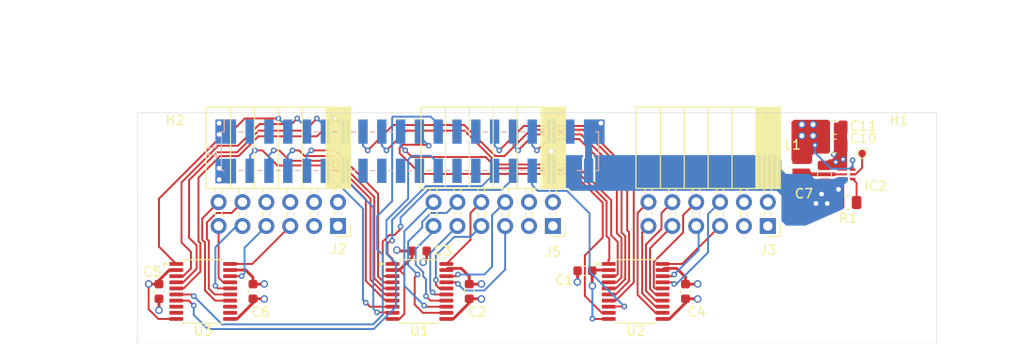
<source format=kicad_pcb>
(kicad_pcb (version 20240108) (generator "pcbnew") (generator_version "8.0")
  (layers (0 "F.Cu" signal) (1 "In1.Cu" power) (2 "In2.Cu" power) (31 "B.Cu" signal) (34 "B.Paste" user) (35 "F.Paste" user) (36 "B.SilkS" user "B.Silkscreen") (37 "F.SilkS" user "F.Silkscreen") (38 "B.Mask" user) (39 "F.Mask" user) (44 "Edge.Cuts" user))
  (net 0 "")
  (net 1 "+3V3")
  (net 2 "+5V")
  (net 3 "/EN")
  (net 4 "/PG")
  (net 5 "Net-(IC2-SW)")
  (net 6 "/HD_GPIO_12")
  (net 7 "/HD_GPIO_15")
  (net 8 "/HD_GPIO_10")
  (net 10 "/HD_GPIO_14")
  (net 11 "/MIO38_SPI0_SCLK")
  (net 12 "/MIO41_SPI0_CS")
  (net 14 "/MIO41_SPI0_MOSI")
  (net 16 "/HD_GPIO_13")
  (net 18 "/MIO36_PS_GPIO1_1")
  (net 19 "/HD_GPIO_11")
  (net 20 "/MIO42_SPI0_MISO")
  (net 21 "/HD_GPIO_9")
  (net 22 "/PMOD_HD_GPIO_4")
  (net 23 "/PMOD_HD_GPIO_2")
  (net 24 "/PMOD_HD_GPIO_7")
  (net 25 "/PMOD_HD_GPIO_1")
  (net 26 "/PMOD_HD_GPIO_3")
  (net 27 "/PMOD_HD_GPIO_5")
  (net 28 "/PMOD_HD_GPIO_0")
  (net 29 "/PMOD_HD_GPIO_6")
  (net 30 "/PMOD_HD_GPIO_14")
  (net 31 "/PMOD_HD_GPIO_12")
  (net 32 "/PMOD_HD_GPIO_15")
  (net 33 "/PMOD_HD_GPIO_10")
  (net 34 "/PMOD_HD_GPIO_13")
  (net 35 "/PMOD_HD_GPIO_9")
  (net 36 "/PMOD_HD_GPIO_8")
  (net 37 "/PMOD_HD_GPIO_11")
  (net 38 "/PS_GPIO1_1")
  (net 40 "/SPI_MISO")
  (net 41 "/SPI_CS")
  (net 42 "/SPI_MOSI")
  (net 44 "/PS_GPIO1_0")
  (net 45 "/SPI_SCLK")
  (net 58 "VCC_PSAUX (1.8V)")
  (net 59 "GND")
  (net 60 "/MIO36_PS_GPIO1_0")
  (net 61 "/HD_GPIO_1")
  (net 62 "/HD_GPIO_2")
  (net 63 "/HD_GPIO_0")
  (net 64 "/HD_GPIO_3")
  (net 65 "/HD_GPIO_5")
  (net 66 "/HD_GPIO_8")
  (net 67 "/HD_GPIO_6")
  (net 68 "/HD_GPIO_7")
  (net 69 "/HD_GPIO_4")
  (footprint "Capacitor_SMD:C_0805_2012Metric" (layer "F.Cu") (at 149.0875 112.54375 90)
    (property "Reference" "C7")
    (property "Value" "4u7")
  )
  (footprint "Package_SO:TSSOP-20_4.4x6.5mm_P0.65mm" (layer "F.Cu") (at 83 125)
    (property "Reference" "U3")
    (property "Value" "TXS0108EPW")
  )
  (footprint "Capacitor_SMD:C_0603_1608Metric" (layer "F.Cu") (at 106 120.7)
    (property "Reference" "C3")
    (property "Value" "100n")
  )
  (footprint "Resistor_SMD:R_0805_2012Metric" (layer "F.Cu") (at 151.5875 115.54375 180)
    (property "Reference" "R1")
    (property "Value" "0")
  )
  (footprint "Capacitor_SMD:C_0805_2012Metric" (layer "F.Cu") (at 150.0875 107.54375)
    (property "Reference" "C11")
    (property "Value" "10u")
  )
  (footprint "tkl_power:TPS6282x" (layer "F.Cu") (at 151.4375 112.54375 180)
    (property "Reference" "IC2")
    (property "Value" "TPS6282533DMQR" (hide yes))
  )
  (footprint "Connector_PinSocket_2.54mm:PinSocket_2x06_P2.54mm_Horizontal" (layer "F.Cu") (at 97.34 118.04 -90)
    (property "Reference" "J2")
    (property "Value" "PMOD_SPI")
  )
  (footprint "tkl_misc:INDC2016X100N" (layer "F.Cu") (at 146.5875 111.68375 90)
    (property "Reference" "L1")
    (property "Value" "470n")
  )
  (footprint "Capacitor_SMD:C_0603_1608Metric" (layer "F.Cu") (at 123.6 122.8 180)
    (property "Reference" "C1")
    (property "Value" "100n")
  )
  (footprint "MountingHole:MountingHole_2.2mm_M2" (layer "F.Cu") (at 80 110)
    (property "Reference" "H2")
    (property "Value" "MountingHole")
  )
  (footprint "Connector_PinSocket_2.54mm:PinSocket_2x06_P2.54mm_Horizontal" (layer "F.Cu") (at 143.06 118.04 -90)
    (property "Reference" "J3")
    (property "Value" "PMOD1")
  )
  (footprint "Connector_PinSocket_2.54mm:PinSocket_2x06_P2.54mm_Horizontal" (layer "F.Cu") (at 120.2 118.04 -90)
    (property "Reference" "J5")
    (property "Value" "PMOD0")
  )
  (footprint "tkl_misc:TestPad_0.8mm" (layer "F.Cu") (at 153.0875 110.32375 90)
    (property "Reference" "TP1" (hide yes))
    (property "Value" "TP_PG")
  )
  (footprint "Package_SO:TSSOP-20_4.4x6.5mm_P0.65mm" (layer "F.Cu") (at 106 125)
    (property "Reference" "U1")
    (property "Value" "TXS0108EPW")
  )
  (footprint "Capacitor_SMD:C_0603_1608Metric" (layer "F.Cu") (at 134.3 125 -90)
    (property "Reference" "C4")
    (property "Value" "100n")
  )
  (footprint "Capacitor_SMD:C_0805_2012Metric" (layer "F.Cu") (at 150.0875 109.54375)
    (property "Reference" "C10")
    (property "Value" "10u")
  )
  (footprint "MountingHole:MountingHole_2.2mm_M2" (layer "F.Cu") (at 157 110)
    (property "Reference" "H1")
    (property "Value" "MountingHole")
  )
  (footprint "Capacitor_SMD:C_0603_1608Metric" (layer "F.Cu") (at 78.3 125 -90)
    (property "Reference" "C5")
    (property "Value" "100n")
  )
  (footprint "Capacitor_SMD:C_0603_1608Metric" (layer "F.Cu") (at 88.3 125 -90)
    (property "Reference" "C6")
    (property "Value" "100n")
  )
  (footprint "Package_SO:TSSOP-20_4.4x6.5mm_P0.65mm" (layer "F.Cu") (at 129 125)
    (property "Reference" "U2")
    (property "Value" "TXS0108EPW")
  )
  (footprint "Capacitor_SMD:C_0603_1608Metric" (layer "F.Cu") (at 111.3 125 -90)
    (property "Reference" "C2")
    (property "Value" "100n")
  )
  (footprint "Connector_PinHeader_2.00mm:PinHeader_2x20_P2.00mm_Vertical_SMD" (layer "B.Cu") (at 105 110.085 -90)
    (property "Reference" "J1")
    (property "Value" "Conn_02x20_Odd_Even")
  )
  (gr_rect (start 76 106) (end 161 130.6) (stroke (width 0.05)) (fill none) (layer "Edge.Cuts"))
  (segment (start 131.8625 122.725) (end 132.0399 122.5476) (width 0.3048) (layer "F.Cu") (net 1))
  (segment (start 109.0399 122.5476) (end 110.4476 122.5476) (width 0.3048) (layer "F.Cu") (net 1))
  (segment (start 110.4476 122.5476) (end 111.3 123.4) (width 0.3048) (layer "F.Cu") (net 1))
  (segment (start 85.8625 122.725) (end 85.8649 122.7226) (width 0.3048) (layer "F.Cu") (net 1))
  (segment (start 88.3 123.5) (end 88.3 124.225) (width 0.3048) (layer "F.Cu") (net 1))
  (segment (start 111.3 124.225) (end 112.575 124.225) (width 0.3048) (layer "F.Cu") (net 1))
  (segment (start 108.8625 122.725) (end 109.0399 122.5476) (width 0.3048) (layer "F.Cu") (net 1))
  (segment (start 87.5226 122.7226) (end 88.3 123.5) (width 0.3048) (layer "F.Cu") (net 1))
  (segment (start 112.575 124.225) (end 112.6 124.2) (width 0.3048) (layer "F.Cu") (net 1))
  (segment (start 111.3 123.4) (end 111.3 124.225) (width 0.3048) (layer "F.Cu") (net 1))
  (segment (start 88.3 124.225) (end 89.475 124.225) (width 0.3048) (layer "F.Cu") (net 1))
  (segment (start 133.370233 122.5476) (end 134.3 123.477367) (width 0.3048) (layer "F.Cu") (net 1))
  (segment (start 152.0875 111.05625) (end 152.075 111.04375) (width 0.2032) (layer "F.Cu") (net 1))
  (segment (start 135.575 124.225) (end 135.6 124.2) (width 0.3048) (layer "F.Cu") (net 1))
  (segment (start 134.3 124.225) (end 135.575 124.225) (width 0.3048) (layer "F.Cu") (net 1))
  (segment (start 152.0875 112.04375) (end 152.0875 111.05625) (width 0.2032) (layer "F.Cu") (net 1))
  (segment (start 134.3 123.477367) (end 134.3 124.225) (width 0.3048) (layer "F.Cu") (net 1))
  (segment (start 89.475 124.225) (end 89.5 124.2) (width 0.3048) (layer "F.Cu") (net 1))
  (segment (start 85.8649 122.7226) (end 87.5226 122.7226) (width 0.3048) (layer "F.Cu") (net 1))
  (segment (start 132.0399 122.5476) (end 133.370233 122.5476) (width 0.3048) (layer "F.Cu") (net 1))
  (via (at 112.6 124.2) (size 0.8) (drill 0.5) (layers "F.Cu" "B.Cu") (net 1))
  (via (at 146.675 107.24375) (size 0.8) (drill 0.5) (layers "F.Cu" "B.Cu") (net 1))
  (via (at 147.875 108.44375) (size 0.8) (drill 0.5) (layers "F.Cu" "B.Cu") (net 1))
  (via (at 148.075 109.44375) (size 0.6) (drill 0.3) (layers "F.Cu" "B.Cu") (net 1))
  (via (at 152.075 111.04375) (size 0.6) (drill 0.3) (layers "F.Cu" "B.Cu") (net 1))
  (via (at 147.875 107.24375) (size 0.8) (drill 0.5) (layers "F.Cu" "B.Cu") (net 1))
  (via (at 89.5 124.2) (size 0.8) (drill 0.5) (layers "F.Cu" "B.Cu") (net 1))
  (via (at 146.675 108.44375) (size 0.8) (drill 0.5) (layers "F.Cu" "B.Cu") (net 1))
  (via (at 135.6 124.2) (size 0.8) (drill 0.5) (layers "F.Cu" "B.Cu") (net 1))
  (segment (start 148.075 110.24375) (end 148.075 109.44375) (width 0.2032) (layer "B.Cu") (net 1))
  (segment (start 152.075 111.64375) (end 151.775 111.94375) (width 0.2032) (layer "B.Cu") (net 1))
  (segment (start 152.075 111.04375) (end 152.075 111.64375) (width 0.2032) (layer "B.Cu") (net 1))
  (segment (start 149.775 111.94375) (end 148.075 110.24375) (width 0.2032) (layer "B.Cu") (net 1))
  (segment (start 151.775 111.94375) (end 149.775 111.94375) (width 0.2032) (layer "B.Cu") (net 1))
  (via (at 148.175 115.64375) (size 0.8) (drill 0.5) (layers "F.Cu" "B.Cu") (net 2))
  (via (at 149.375 115.64375) (size 0.8) (drill 0.5) (layers "F.Cu" "B.Cu") (net 2))
  (via (at 148.775 114.64375) (size 0.8) (drill 0.5) (layers "F.Cu" "B.Cu") (net 2))
  (via (at 150.575 114.14375) (size 0.8) (drill 0.5) (layers "F.Cu" "B.Cu") (net 2))
  (segment (start 152.5 113.45625) (end 152.5 115.54375) (width 0.2032) (layer "F.Cu") (net 3))
  (segment (start 152.0875 113.04375) (end 152.5 113.45625) (width 0.2032) (layer "F.Cu") (net 3))
  (segment (start 152.387499 112.54375) (end 153.0875 111.843749) (width 0.2032) (layer "F.Cu") (net 4))
  (segment (start 153.0875 111.843749) (end 153.0875 110.32375) (width 0.2032) (layer "F.Cu") (net 4))
  (segment (start 152.0875 112.54375) (end 152.387499 112.54375) (width 0.2032) (layer "F.Cu") (net 4))
  (segment (start 103.8984 110.2984) (end 106.1 112.5) (width 0.2032) (layer "F.Cu") (net 6))
  (segment (start 104.250809 109.3984) (end 103.8984 109.750809) (width 0.2032) (layer "F.Cu") (net 6))
  (segment (start 125.4968 115.56701) (end 125.4968 119.267011) (width 0.2032) (layer "F.Cu") (net 6))
  (segment (start 107 109.5) (end 106.8984 109.3984) (width 0.2032) (layer "F.Cu") (net 6))
  (segment (start 106.8984 109.3984) (end 104.250809 109.3984) (width 0.2032) (layer "F.Cu") (net 6))
  (segment (start 122.42979 112.5) (end 125.4968 115.56701) (width 0.2032) (layer "F.Cu") (net 6))
  (segment (start 123.6 121.163811) (end 123.6 125.474999) (width 0.2032) (layer "F.Cu") (net 6))
  (segment (start 123.6 125.474999) (end 125.400001 127.275) (width 0.2032) (layer "F.Cu") (net 6))
  (segment (start 106.1 112.5) (end 122.42979 112.5) (width 0.2032) (layer "F.Cu") (net 6))
  (segment (start 103.8984 109.750809) (end 103.8984 110.2984) (width 0.2032) (layer "F.Cu") (net 6))
  (segment (start 125.4968 119.267011) (end 123.6 121.163811) (width 0.2032) (layer "F.Cu") (net 6))
  (segment (start 125.400001 127.275) (end 126.1375 127.275) (width 0.2032) (layer "F.Cu") (net 6))
  (via (at 107 109.5) (size 0.6) (drill 0.3) (layers "F.Cu" "B.Cu") (net 6))
  (segment (start 106 108.5) (end 106 108) (width 0.2032) (layer "B.Cu") (net 6))
  (segment (start 107 109.5) (end 106 108.5) (width 0.2032) (layer "B.Cu") (net 6))
  (segment (start 119.7 108.8) (end 123 108.8) (width 0.2032) (layer "F.Cu") (net 7))
  (segment (start 123 108.8) (end 127 112.8) (width 0.2032) (layer "F.Cu") (net 7))
  (segment (start 126.975 124.025) (end 126.1375 124.025) (width 0.2032) (layer "F.Cu") (net 7))
  (segment (start 127 118.8064) (end 127.4936 119.3) (width 0.2032) (layer "F.Cu") (net 7))
  (segment (start 127.4936 119.3) (end 127.4936 123.5064) (width 0.2032) (layer "F.Cu") (net 7))
  (segment (start 118.5 110) (end 119.7 108.8) (width 0.2032) (layer "F.Cu") (net 7))
  (segment (start 127 112.8) (end 127 118.8064) (width 0.2032) (layer "F.Cu") (net 7))
  (segment (start 127.4936 123.5064) (end 126.975 124.025) (width 0.2032) (layer "F.Cu") (net 7))
  (via (at 118.5 110) (size 0.6) (drill 0.3) (layers "F.Cu" "B.Cu") (net 7))
  (segment (start 118 108) (end 118 109.5) (width 0.2032) (layer "B.Cu") (net 7))
  (segment (start 118 109.5) (end 118.5 110) (width 0.2032) (layer "B.Cu") (net 7))
  (segment (start 122.5968 111.4968) (end 126.4 115.3) (width 0.2032) (layer "F.Cu") (net 8))
  (segment (start 127.0904 123.159599) (end 126.874999 123.375) (width 0.2032) (layer "F.Cu") (net 8))
  (segment (start 127.0904 119.720189) (end 127.0904 123.159599) (width 0.2032) (layer "F.Cu") (net 8))
  (segment (start 126.874999 123.375) (end 126.1375 123.375) (width 0.2032) (layer "F.Cu") (net 8))
  (segment (start 126.4 115.3) (end 126.4 119.029789) (width 0.2032) (layer "F.Cu") (net 8))
  (segment (start 114.3968 111.4968) (end 122.5968 111.4968) (width 0.2032) (layer "F.Cu") (net 8))
  (segment (start 110.8 107.9) (end 114.3968 111.4968) (width 0.2032) (layer "F.Cu") (net 8))
  (segment (start 126.4 119.029789) (end 127.0904 119.720189) (width 0.2032) (layer "F.Cu") (net 8))
  (segment (start 102.5 110) (end 104.6 107.9) (width 0.2032) (layer "F.Cu") (net 8))
  (segment (start 104.6 107.9) (end 110.8 107.9) (width 0.2032) (layer "F.Cu") (net 8))
  (via (at 102.5 110) (size 0.6) (drill 0.3) (layers "F.Cu" "B.Cu") (net 8))
  (segment (start 102 108) (end 102 109.5) (width 0.2032) (layer "B.Cu") (net 8))
  (segment (start 102 109.5) (end 102.5 110) (width 0.2032) (layer "B.Cu") (net 8))
  (segment (start 127.5 118.736189) (end 127.8968 119.132989) (width 0.2032) (layer "F.Cu") (net 10))
  (segment (start 118.2 108.3) (end 123.2 108.3) (width 0.2032) (layer "F.Cu") (net 10))
  (segment (start 127.8968 123.673411) (end 126.895211 124.675) (width 0.2032) (layer "F.Cu") (net 10))
  (segment (start 123.2 108.3) (end 127.5 112.6) (width 0.2032) (layer "F.Cu") (net 10))
  (segment (start 127.8968 119.132989) (end 127.8968 123.673411) (width 0.2032) (layer "F.Cu") (net 10))
  (segment (start 116.5 110) (end 118.2 108.3) (width 0.2032) (layer "F.Cu") (net 10))
  (segment (start 127.5 112.6) (end 127.5 118.736189) (width 0.2032) (layer "F.Cu") (net 10))
  (segment (start 126.895211 124.675) (end 126.1375 124.675) (width 0.2032) (layer "F.Cu") (net 10))
  (via (at 116.5 110) (size 0.6) (drill 0.3) (layers "F.Cu" "B.Cu") (net 10))
  (segment (start 116.5 110) (end 116 109.5) (width 0.2032) (layer "B.Cu") (net 10))
  (segment (start 116 109.5) (end 116 108) (width 0.2032) (layer "B.Cu") (net 10))
  (segment (start 84.932989 109.0968) (end 84.332989 109.0968) (width 0.2032) (layer "F.Cu") (net 11))
  (segment (start 87.429789 106.6) (end 84.932989 109.0968) (width 0.2032) (layer "F.Cu") (net 11))
  (segment (start 84.332989 109.0968) (end 78.3 115.129789) (width 0.2032) (layer "F.Cu") (net 11))
  (segment (start 78.3 115.129789) (end 78.3 120.2375) (width 0.2032) (layer "F.Cu") (net 11))
  (segment (start 91 106.6) (end 87.429789 106.6) (width 0.2032) (layer "F.Cu") (net 11))
  (segment (start 78.3 120.2375) (end 80.1375 122.075) (width 0.2032) (layer "F.Cu") (net 11))
  (via (at 91 106.6) (size 0.6) (drill 0.3) (layers "F.Cu" "B.Cu") (net 11))
  (segment (start 92 107.6) (end 91 106.6) (width 0.2032) (layer "B.Cu") (net 11))
  (segment (start 92 108) (end 92 107.6) (width 0.2032) (layer "B.Cu") (net 11))
  (segment (start 84.47021 110.2) (end 81.5 113.17021) (width 0.2032) (layer "F.Cu") (net 12))
  (segment (start 82.3 120.1) (end 82.3 122.599999) (width 0.2032) (layer "F.Cu") (net 12))
  (segment (start 80.874999 124.025) (end 80.1375 124.025) (width 0.2032) (layer "F.Cu") (net 12))
  (segment (start 81.5 113.17021) (end 81.5 119.3) (width 0.2032) (layer "F.Cu") (net 12))
  (segment (start 93.8 107.9) (end 88.9 107.9) (width 0.2032) (layer "F.Cu") (net 12))
  (segment (start 82.3 122.599999) (end 80.874999 124.025) (width 0.2032) (layer "F.Cu") (net 12))
  (segment (start 86.6 110.2) (end 84.47021 110.2) (width 0.2032) (layer "F.Cu") (net 12))
  (segment (start 95.1 106.6) (end 93.8 107.9) (width 0.2032) (layer "F.Cu") (net 12))
  (segment (start 88.9 107.9) (end 86.6 110.2) (width 0.2032) (layer "F.Cu") (net 12))
  (segment (start 81.5 119.3) (end 82.3 120.1) (width 0.2032) (layer "F.Cu") (net 12))
  (via (at 95.1 106.6) (size 0.6) (drill 0.3) (layers "F.Cu" "B.Cu") (net 12))
  (segment (start 96 107.5) (end 95.1 106.6) (width 0.2032) (layer "B.Cu") (net 12))
  (segment (start 96 108) (end 96 107.5) (width 0.2032) (layer "B.Cu") (net 12))
  (segment (start 80.925 124.675) (end 80.1375 124.675) (width 0.2032) (layer "F.Cu") (net 14))
  (segment (start 88.87021 108.5) (end 86.76701 110.6032) (width 0.2032) (layer "F.Cu") (net 14))
  (segment (start 82.7032 122.8968) (end 80.925 124.675) (width 0.2032) (layer "F.Cu") (net 14))
  (segment (start 84.7968 110.6032) (end 82.4968 112.9032) (width 0.2032) (layer "F.Cu") (net 14))
  (segment (start 82.4968 119.667011) (end 82.7032 119.873411) (width 0.2032) (layer "F.Cu") (net 14))
  (segment (start 97 106.6) (end 95.1 108.5) (width 0.2032) (layer "F.Cu") (net 14))
  (segment (start 86.76701 110.6032) (end 84.7968 110.6032) (width 0.2032) (layer "F.Cu") (net 14))
  (segment (start 82.4968 112.9032) (end 82.4968 119.667011) (width 0.2032) (layer "F.Cu") (net 14))
  (segment (start 82.7032 119.873411) (end 82.7032 122.8968) (width 0.2032) (layer "F.Cu") (net 14))
  (segment (start 95.1 108.5) (end 88.87021 108.5) (width 0.2032) (layer "F.Cu") (net 14))
  (via (at 97 106.6) (size 0.6) (drill 0.3) (layers "F.Cu" "B.Cu") (net 14))
  (segment (start 98 107.6) (end 97 106.6) (width 0.2032) (layer "B.Cu") (net 14))
  (segment (start 98 108) (end 98 107.6) (width 0.2032) (layer "B.Cu") (net 14))
  (segment (start 117.1032 107.3968) (end 123.567012 107.3968) (width 0.2032) (layer "F.Cu") (net 16))
  (segment (start 114.5 110) (end 117.1032 107.3968) (width 0.2032) (layer "F.Cu") (net 16))
  (segment (start 123.567012 107.3968) (end 128.8 112.629788) (width 0.2032) (layer "F.Cu") (net 16))
  (segment (start 128.8 124.049999) (end 126.874999 125.975) (width 0.2032) (layer "F.Cu") (net 16))
  (segment (start 126.874999 125.975) (end 126.1375 125.975) (width 0.2032) (layer "F.Cu") (net 16))
  (segment (start 128.8 112.629788) (end 128.8 124.049999) (width 0.2032) (layer "F.Cu") (net 16))
  (via (at 114.5 110) (size 0.6) (drill 0.3) (layers "F.Cu" "B.Cu") (net 16))
  (segment (start 114 108) (end 114 109.5) (width 0.2032) (layer "B.Cu") (net 16))
  (segment (start 114 109.5) (end 114.5 110) (width 0.2032) (layer "B.Cu") (net 16))
  (segment (start 81.825 125.325) (end 80.1375 125.325) (width 0.2032) (layer "F.Cu") (net 18))
  (segment (start 82 125.5) (end 81.825 125.325) (width 0.2032) (layer "F.Cu") (net 18))
  (via (at 82 125.5) (size 0.6) (drill 0.3) (layers "F.Cu" "B.Cu") (net 18))
  (segment (start 103.2032 106.4016) (end 103.21 106.4084) (width 0.2032) (layer "B.Cu") (net 18))
  (segment (start 101.077391 128.5) (end 102.1016 127.475791) (width 0.2032) (layer "B.Cu") (net 18))
  (segment (start 102.1016 121.1016) (end 101.5 120.5) (width 0.2032) (layer "B.Cu") (net 18))
  (segment (start 101.5 117) (end 103.1016 115.3984) (width 0.2032) (layer "B.Cu") (net 18))
  (segment (start 103.1016 115.3984) (end 103.1016 106.5032) (width 0.2032) (layer "B.Cu") (net 18))
  (segment (start 107.1984 106.4084) (end 108 107.21) (width 0.2032) (layer "B.Cu") (net 18))
  (segment (start 85 128.5) (end 101.077391 128.5) (width 0.2032) (layer "B.Cu") (net 18))
  (segment (start 103.1016 106.5032) (end 103.2032 106.4016) (width 0.2032) (layer "B.Cu") (net 18))
  (segment (start 102.1016 127.475791) (end 102.1016 121.1016) (width 0.2032) (layer "B.Cu") (net 18))
  (segment (start 82 125.5) (end 85 128.5) (width 0.2032) (layer "B.Cu") (net 18))
  (segment (start 108 107.21) (end 108 108) (width 0.2032) (layer "B.Cu") (net 18))
  (segment (start 103.21 106.4084) (end 107.1984 106.4084) (width 0.2032) (layer "B.Cu") (net 18))
  (segment (start 101.5 120.5) (end 101.5 117) (width 0.2032) (layer "B.Cu") (net 18))
  (segment (start 105.2032 110.7032) (end 113.03299 110.7032) (width 0.2032) (layer "F.Cu") (net 19))
  (segment (start 122.4 111.9) (end 125.9 115.4) (width 0.2032) (layer "F.Cu") (net 19))
  (segment (start 125.9 119.1) (end 126.2 119.4) (width 0.2032) (layer "F.Cu") (net 19))
  (segment (start 126.2 121.6) (end 126.1 121.7) (width 0.2032) (layer "F.Cu") (net 19))
  (segment (start 114.22979 111.9) (end 122.4 111.9) (width 0.2032) (layer "F.Cu") (net 19))
  (segment (start 113.03299 110.7032) (end 114.22979 111.9) (width 0.2032) (layer "F.Cu") (net 19))
  (segment (start 126.1 121.7) (end 126.1 122.0375) (width 0.2032) (layer "F.Cu") (net 19))
  (segment (start 126.1 122.0375) (end 126.1375 122.075) (width 0.2032) (layer "F.Cu") (net 19))
  (segment (start 125.9 115.4) (end 125.9 119.1) (width 0.2032) (layer "F.Cu") (net 19))
  (segment (start 126.2 119.4) (end 126.2 121.6) (width 0.2032) (layer "F.Cu") (net 19))
  (segment (start 104.5 110) (end 105.2032 110.7032) (width 0.2032) (layer "F.Cu") (net 19))
  (via (at 104.5 110) (size 0.6) (drill 0.3) (layers "F.Cu" "B.Cu") (net 19))
  (segment (start 104 109.5) (end 104.5 110) (width 0.2032) (layer "B.Cu") (net 19))
  (segment (start 104 108) (end 104 109.5) (width 0.2032) (layer "B.Cu") (net 19))
  (segment (start 88.9984 107.2016) (end 86.7 109.5) (width 0.2032) (layer "F.Cu") (net 20))
  (segment (start 92.3984 107.2016) (end 88.9984 107.2016) (width 0.2032) (layer "F.Cu") (net 20))
  (segment (start 86.7 109.5) (end 84.6 109.5) (width 0.2032) (layer "F.Cu") (net 20))
  (segment (start 81.7 122.549999) (end 80.874999 123.375) (width 0.2032) (layer "F.Cu") (net 20))
  (segment (start 80.7 119.8) (end 81.7 120.8) (width 0.2032) (layer "F.Cu") (net 20))
  (segment (start 81.7 120.8) (end 81.7 122.549999) (width 0.2032) (layer "F.Cu") (net 20))
  (segment (start 93 106.6) (end 92.3984 107.2016) (width 0.2032) (layer "F.Cu") (net 20))
  (segment (start 80.7 113.4) (end 80.7 119.8) (width 0.2032) (layer "F.Cu") (net 20))
  (segment (start 84.6 109.5) (end 80.7 113.4) (width 0.2032) (layer "F.Cu") (net 20))
  (segment (start 80.874999 123.375) (end 80.1375 123.375) (width 0.2032) (layer "F.Cu") (net 20))
  (via (at 93 106.6) (size 0.6) (drill 0.3) (layers "F.Cu" "B.Cu") (net 20))
  (segment (start 94 108) (end 94 107.6) (width 0.2032) (layer "B.Cu") (net 20))
  (segment (start 94 107.6) (end 93 106.6) (width 0.2032) (layer "B.Cu") (net 20))
  (segment (start 110.77021 107.3) (end 114.07181 110.6016) (width 0.2032) (layer "F.Cu") (net 21))
  (segment (start 128.1 118.5) (end 128.3 118.7) (width 0.2032) (layer "F.Cu") (net 21))
  (segment (start 114.07181 110.6016) (end 115.047609 110.6016) (width 0.2032) (layer "F.Cu") (net 21))
  (segment (start 126.874999 125.325) (end 126.1375 125.325) (width 0.2032) (layer "F.Cu") (net 21))
  (segment (start 128.3 123.899999) (end 126.874999 125.325) (width 0.2032) (layer "F.Cu") (net 21))
  (segment (start 123.400002 107.8) (end 128.1 112.499998) (width 0.2032) (layer "F.Cu") (net 21))
  (segment (start 100.5 110) (end 103.2 107.3) (width 0.2032) (layer "F.Cu") (net 21))
  (segment (start 128.3 118.7) (end 128.3 123.899999) (width 0.2032) (layer "F.Cu") (net 21))
  (segment (start 117.849209 107.8) (end 123.400002 107.8) (width 0.2032) (layer "F.Cu") (net 21))
  (segment (start 115.047609 110.6016) (end 117.849209 107.8) (width 0.2032) (layer "F.Cu") (net 21))
  (segment (start 128.1 112.499998) (end 128.1 118.5) (width 0.2032) (layer "F.Cu") (net 21))
  (segment (start 103.2 107.3) (end 110.77021 107.3) (width 0.2032) (layer "F.Cu") (net 21))
  (via (at 100.5 110) (size 0.6) (drill 0.3) (layers "F.Cu" "B.Cu") (net 21))
  (segment (start 100 108) (end 100 109.5) (width 0.2032) (layer "B.Cu") (net 21))
  (segment (start 100 109.5) (end 100.5 110) (width 0.2032) (layer "B.Cu") (net 21))
  (segment (start 106.5 126.5) (end 106.625 126.625) (width 0.2032) (layer "F.Cu") (net 22))
  (segment (start 106.625 126.625) (end 108.8625 126.625) (width 0.2032) (layer "F.Cu") (net 22))
  (via (at 106.5 126.5) (size 0.6) (drill 0.3) (layers "F.Cu" "B.Cu") (net 22))
  (segment (start 104.3968 118.6032) (end 107.5 115.5) (width 0.2032) (layer "B.Cu") (net 22))
  (segment (start 106.5 126.5) (end 104.3968 124.3968) (width 0.2032) (layer "B.Cu") (net 22))
  (segment (start 104.3968 124.3968) (end 104.3968 118.6032) (width 0.2032) (layer "B.Cu") (net 22))
  (segment (start 108.125001 124.675) (end 108.8625 124.675) (width 0.2032) (layer "F.Cu") (net 23))
  (segment (start 107.753343 124.303342) (end 108.125001 124.675) (width 0.2032) (layer "F.Cu") (net 23))
  (segment (start 107.753343 123.787873) (end 107.753343 124.303342) (width 0.2032) (layer "F.Cu") (net 23))
  (via (at 107.753343 123.787873) (size 0.6) (drill 0.3) (layers "F.Cu" "B.Cu") (net 23))
  (segment (start 107.753343 121.146657) (end 107.753343 123.787873) (width 0.2032) (layer "B.Cu") (net 23))
  (segment (start 109.7084 119.1916) (end 107.753343 121.146657) (width 0.2032) (layer "B.Cu") (net 23))
  (segment (start 111.4284 119.1916) (end 109.7084 119.1916) (width 0.2032) (layer "B.Cu") (net 23))
  (segment (start 112.58 118.04) (end 111.4284 119.1916) (width 0.2032) (layer "B.Cu") (net 23))
  (segment (start 110.1 123.2) (end 109.925 123.375) (width 0.2032) (layer "F.Cu") (net 24))
  (segment (start 109.925 123.375) (end 108.8625 123.375) (width 0.2032) (layer "F.Cu") (net 24))
  (via (at 110.1 123.2) (size 0.6) (drill 0.3) (layers "F.Cu" "B.Cu") (net 24))
  (segment (start 113.7316 122.3684) (end 113.7316 116.8884) (width 0.2032) (layer "B.Cu") (net 24))
  (segment (start 112.9 123.2) (end 113.7316 122.3684) (width 0.2032) (layer "B.Cu") (net 24))
  (segment (start 110.1 123.2) (end 112.9 123.2) (width 0.2032) (layer "B.Cu") (net 24))
  (segment (start 113.7316 116.8884) (end 115.12 115.5) (width 0.2032) (layer "B.Cu") (net 24))
  (segment (start 108.8625 125.325) (end 107.625 125.325) (width 0.2032) (layer "F.Cu") (net 25))
  (segment (start 107.625 125.325) (end 107.4 125.1) (width 0.2032) (layer "F.Cu") (net 25))
  (via (at 107.4 125.1) (size 0.6) (drill 0.3) (layers "F.Cu" "B.Cu") (net 25))
  (segment (start 107.151743 124.851743) (end 107.4 125.1) (width 0.2032) (layer "B.Cu") (net 25))
  (segment (start 107.151743 120.928257) (end 107.151743 124.851743) (width 0.2032) (layer "B.Cu") (net 25))
  (segment (start 110.04 118.04) (end 107.151743 120.928257) (width 0.2032) (layer "B.Cu") (net 25))
  (segment (start 109.925 124.025) (end 108.8625 124.025) (width 0.2032) (layer "F.Cu") (net 26))
  (segment (start 110.1 124.2) (end 109.925 124.025) (width 0.2032) (layer "F.Cu") (net 26))
  (via (at 110.1 124.2) (size 0.6) (drill 0.3) (layers "F.Cu" "B.Cu") (net 26))
  (segment (start 110.1 124.2) (end 110.8016 124.9016) (width 0.2032) (layer "B.Cu") (net 26))
  (segment (start 112.890613 124.9016) (end 115.12 122.672213) (width 0.2032) (layer "B.Cu") (net 26))
  (segment (start 110.8016 124.9016) (end 112.890613 124.9016) (width 0.2032) (layer "B.Cu") (net 26))
  (segment (start 115.12 122.672213) (end 115.12 118.04) (width 0.2032) (layer "B.Cu") (net 26))
  (segment (start 105.5 126.4) (end 106.375 127.275) (width 0.2032) (layer "F.Cu") (net 27))
  (segment (start 105.8016 123.2) (end 105.5 123.5016) (width 0.2032) (layer "F.Cu") (net 27))
  (segment (start 105.5 123.5016) (end 105.5 126.4) (width 0.2032) (layer "F.Cu") (net 27))
  (segment (start 106.375 127.275) (end 108.8625 127.275) (width 0.2032) (layer "F.Cu") (net 27))
  (via (at 105.8016 123.2) (size 0.6) (drill 0.3) (layers "F.Cu" "B.Cu") (net 27))
  (segment (start 106.2968 118.2032) (end 106.2968 117.6032) (width 0.2032) (layer "B.Cu") (net 27))
  (segment (start 107.2484 116.6516) (end 108.8884 116.6516) (width 0.2032) (layer "B.Cu") (net 27))
  (segment (start 105.8016 123.2) (end 104.8 122.1984) (width 0.2032) (layer "B.Cu") (net 27))
  (segment (start 108.8884 116.6516) (end 110.04 115.5) (width 0.2032) (layer "B.Cu") (net 27))
  (segment (start 104.8 122.1984) (end 104.8 119.7) (width 0.2032) (layer "B.Cu") (net 27))
  (segment (start 104.8 119.7) (end 106.2968 118.2032) (width 0.2032) (layer "B.Cu") (net 27))
  (segment (start 106.2968 117.6032) (end 107.2484 116.6516) (width 0.2032) (layer "B.Cu") (net 27))
  (segment (start 106.7 125.5) (end 107.175 125.975) (width 0.2032) (layer "F.Cu") (net 28))
  (segment (start 107.175 125.975) (end 108.8625 125.975) (width 0.2032) (layer "F.Cu") (net 28))
  (via (at 106.7 125.5) (size 0.6) (drill 0.3) (layers "F.Cu" "B.Cu") (net 28))
  (segment (start 105.6 120.5) (end 107.5 118.6) (width 0.2032) (layer "B.Cu") (net 28))
  (segment (start 106.4032 123.4) (end 106.4032 122.950809) (width 0.2032) (layer "B.Cu") (net 28))
  (segment (start 106.7 125.5) (end 106.7 123.6968) (width 0.2032) (layer "B.Cu") (net 28))
  (segment (start 107.5 118.6) (end 107.5 118.04) (width 0.2032) (layer "B.Cu") (net 28))
  (segment (start 106.4032 122.950809) (end 105.6 122.147609) (width 0.2032) (layer "B.Cu") (net 28))
  (segment (start 106.7 123.6968) (end 106.4032 123.4) (width 0.2032) (layer "B.Cu") (net 28))
  (segment (start 105.6 122.147609) (end 105.6 120.5) (width 0.2032) (layer "B.Cu") (net 28))
  (segment (start 111.4284 119.5091) (end 111.4284 116.6516) (width 0.2032) (layer "F.Cu") (net 29))
  (segment (start 108.8625 122.075) (end 111.4284 119.5091) (width 0.2032) (layer "F.Cu") (net 29))
  (segment (start 111.4284 116.6516) (end 112.58 115.5) (width 0.2032) (layer "F.Cu") (net 29))
  (segment (start 134.0516 118.733244) (end 130.9334 121.851444) (width 0.2032) (layer "F.Cu") (net 30))
  (segment (start 134.0516 116.8884) (end 134.0516 118.733244) (width 0.2032) (layer "F.Cu") (net 30))
  (segment (start 130.9334 124.563189) (end 131.045211 124.675) (width 0.2032) (layer "F.Cu") (net 30))
  (segment (start 131.045211 124.675) (end 131.8625 124.675) (width 0.2032) (layer "F.Cu") (net 30))
  (segment (start 130.9334 121.851444) (end 130.9334 124.563189) (width 0.2032) (layer "F.Cu") (net 30))
  (segment (start 135.44 115.5) (end 134.0516 116.8884) (width 0.2032) (layer "F.Cu") (net 30))
  (segment (start 129.2084 125.358399) (end 131.125001 127.275) (width 0.2032) (layer "F.Cu") (net 31))
  (segment (start 130.36 115.5) (end 129.2084 116.6516) (width 0.2032) (layer "F.Cu") (net 31))
  (segment (start 131.125001 127.275) (end 131.8625 127.275) (width 0.2032) (layer "F.Cu") (net 31))
  (segment (start 129.2084 116.6516) (end 129.2084 125.358399) (width 0.2032) (layer "F.Cu") (net 31))
  (segment (start 132.925 124.025) (end 131.8625 124.025) (width 0.2032) (layer "F.Cu") (net 32))
  (segment (start 133.1 124.2) (end 132.925 124.025) (width 0.2032) (layer "F.Cu") (net 32))
  (via (at 133.1 124.2) (size 0.6) (drill 0.3) (layers "F.Cu" "B.Cu") (net 32))
  (segment (start 136.7 116.78) (end 137.98 115.5) (width 0.2032) (layer "B.Cu") (net 32))
  (segment (start 136.7 120.850791) (end 136.7 116.78) (width 0.2032) (layer "B.Cu") (net 32))
  (segment (start 133.350791 124.2) (end 136.7 120.850791) (width 0.2032) (layer "B.Cu") (net 32))
  (segment (start 133.1 124.2) (end 133.350791 124.2) (width 0.2032) (layer "B.Cu") (net 32))
  (segment (start 132.925 123.375) (end 131.8625 123.375) (width 0.2032) (layer "F.Cu") (net 33))
  (segment (start 133.1 123.2) (end 132.925 123.375) (width 0.2032) (layer "F.Cu") (net 33))
  (via (at 133.1 123.2) (size 0.6) (drill 0.3) (layers "F.Cu" "B.Cu") (net 33))
  (segment (start 133.1 123.2) (end 135.7 120.6) (width 0.2032) (layer "B.Cu") (net 33))
  (segment (start 135.7 118.3) (end 135.44 118.04) (width 0.2032) (layer "B.Cu") (net 33))
  (segment (start 135.7 120.6) (end 135.7 118.3) (width 0.2032) (layer "B.Cu") (net 33))
  (segment (start 131.125001 125.975) (end 130.1 124.949999) (width 0.2032) (layer "F.Cu") (net 34))
  (segment (start 131.8625 125.975) (end 131.125001 125.975) (width 0.2032) (layer "F.Cu") (net 34))
  (segment (start 131.7484 116.6516) (end 132.9 115.5) (width 0.2032) (layer "F.Cu") (net 34))
  (segment (start 130.1 120) (end 131.7484 118.3516) (width 0.2032) (layer "F.Cu") (net 34))
  (segment (start 131.7484 118.3516) (end 131.7484 116.6516) (width 0.2032) (layer "F.Cu") (net 34))
  (segment (start 130.1 124.949999) (end 130.1 120) (width 0.2032) (layer "F.Cu") (net 34))
  (segment (start 131.125 125.325) (end 131.8625 125.325) (width 0.2032) (layer "F.Cu") (net 35))
  (segment (start 132.9 118.04) (end 130.5302 120.4098) (width 0.2032) (layer "F.Cu") (net 35))
  (segment (start 130.5302 124.7302) (end 131.125 125.325) (width 0.2032) (layer "F.Cu") (net 35))
  (segment (start 130.5302 120.4098) (end 130.5302 124.7302) (width 0.2032) (layer "F.Cu") (net 35))
  (segment (start 129.6968 125.196799) (end 131.125001 126.625) (width 0.2032) (layer "F.Cu") (net 36))
  (segment (start 129.6968 118.7032) (end 129.6968 125.196799) (width 0.2032) (layer "F.Cu") (net 36))
  (segment (start 131.125001 126.625) (end 131.8625 126.625) (width 0.2032) (layer "F.Cu") (net 36))
  (segment (start 130.36 118.04) (end 129.6968 118.7032) (width 0.2032) (layer "F.Cu") (net 36))
  (segment (start 131.8625 122.075) (end 133.945 122.075) (width 0.2032) (layer "F.Cu") (net 37))
  (segment (start 133.945 122.075) (end 137.98 118.04) (width 0.2032) (layer "F.Cu") (net 37))
  (segment (start 83.4 117.651391) (end 83.4 119.429789) (width 0.2032) (layer "F.Cu") (net 38))
  (segment (start 84.399791 116.6516) (end 83.4 117.651391) (width 0.2032) (layer "F.Cu") (net 38))
  (segment (start 84.225 125.325) (end 85.8625 125.325) (width 0.2032) (layer "F.Cu") (net 38))
  (segment (start 83.6 124.7) (end 84.225 125.325) (width 0.2032) (layer "F.Cu") (net 38))
  (segment (start 83.4 119.429789) (end 83.6 119.629789) (width 0.2032) (layer "F.Cu") (net 38))
  (segment (start 83.6 119.629789) (end 83.6 124.7) (width 0.2032) (layer "F.Cu") (net 38))
  (segment (start 87.18 115.5) (end 86.0284 116.6516) (width 0.2032) (layer "F.Cu") (net 38))
  (segment (start 86.0284 116.6516) (end 84.399791 116.6516) (width 0.2032) (layer "F.Cu") (net 38))
  (segment (start 87.1 123.375) (end 85.8625 123.375) (width 0.2032) (layer "F.Cu") (net 40))
  (via (at 87.1 123.375) (size 0.6) (drill 0.3) (layers "F.Cu" "B.Cu") (net 40))
  (segment (start 87.4 120.36) (end 89.72 118.04) (width 0.2032) (layer "B.Cu") (net 40))
  (segment (start 87.4 123.075) (end 87.4 120.36) (width 0.2032) (layer "B.Cu") (net 40))
  (segment (start 87.1 123.375) (end 87.4 123.075) (width 0.2032) (layer "B.Cu") (net 40))
  (segment (start 84.64 123.539999) (end 85.125001 124.025) (width 0.2032) (layer "F.Cu") (net 41))
  (segment (start 84.64 118.04) (end 84.64 123.539999) (width 0.2032) (layer "F.Cu") (net 41))
  (segment (start 85.125001 124.025) (end 85.8625 124.025) (width 0.2032) (layer "F.Cu") (net 41))
  (segment (start 84.3 124.4) (end 84.575 124.675) (width 0.2032) (layer "F.Cu") (net 42))
  (segment (start 84.575 124.675) (end 85.8625 124.675) (width 0.2032) (layer "F.Cu") (net 42))
  (via (at 84.3 124.4) (size 0.6) (drill 0.3) (layers "F.Cu" "B.Cu") (net 42))
  (segment (start 87.18 118.04) (end 86.56 118.04) (width 0.2032) (layer "B.Cu") (net 42))
  (segment (start 86.56 118.04) (end 84.3 120.3) (width 0.2032) (layer "B.Cu") (net 42))
  (segment (start 84.3 120.3) (end 84.3 124.4) (width 0.2032) (layer "B.Cu") (net 42))
  (segment (start 85.8625 125.975) (end 84.275 125.975) (width 0.2032) (layer "F.Cu") (net 44))
  (segment (start 83.1968 124.8968) (end 83.1968 119.7968) (width 0.2032) (layer "F.Cu") (net 44))
  (segment (start 84.275 125.975) (end 83.1968 124.8968) (width 0.2032) (layer "F.Cu") (net 44))
  (segment (start 82.9 119.5) (end 82.9 117.24) (width 0.2032) (layer "F.Cu") (net 44))
  (segment (start 82.9 117.24) (end 84.64 115.5) (width 0.2032) (layer "F.Cu") (net 44))
  (segment (start 83.1968 119.7968) (end 82.9 119.5) (width 0.2032) (layer "F.Cu") (net 44))
  (segment (start 88.225 122.075) (end 92.26 118.04) (width 0.2032) (layer "F.Cu") (net 45))
  (segment (start 85.8625 122.075) (end 88.225 122.075) (width 0.2032) (layer "F.Cu") (net 45))
  (segment (start 105.225 121.374999) (end 105.225 120.7) (width 0.3048) (layer "F.Cu") (net 58))
  (segment (start 126.1375 127.925) (end 124.425 127.925) (width 0.2032) (layer "F.Cu") (net 58))
  (segment (start 124.375 124.375) (end 124.4 124.4) (width 0.3048) (layer "F.Cu") (net 58))
  (segment (start 80.1375 127.925) (end 78.232787 127.925) (width 0.2032) (layer "F.Cu") (net 58))
  (segment (start 126.1375 122.725) (end 124.45 122.725) (width 0.3048) (layer "F.Cu") (net 58))
  (segment (start 80.1375 122.725) (end 79.400001 122.725) (width 0.3048) (layer "F.Cu") (net 58))
  (segment (start 77.2 126.892213) (end 77.2 124.2) (width 0.2032) (layer "F.Cu") (net 58))
  (segment (start 78.232787 127.925) (end 77.2 126.892213) (width 0.2032) (layer "F.Cu") (net 58))
  (segment (start 103.874999 127.925) (end 104.4 127.399999) (width 0.2032) (layer "F.Cu") (net 58))
  (segment (start 78.3 123.825001) (end 78.3 124.225) (width 0.3048) (layer "F.Cu") (net 58))
  (segment (start 104.4 127.399999) (end 104.4 123.250001) (width 0.2032) (layer "F.Cu") (net 58))
  (segment (start 103.874999 122.725) (end 105.225 121.374999) (width 0.3048) (layer "F.Cu") (net 58))
  (segment (start 104.4 123.250001) (end 103.874999 122.725) (width 0.2032) (layer "F.Cu") (net 58))
  (segment (start 79.400001 122.725) (end 78.3 123.825001) (width 0.3048) (layer "F.Cu") (net 58))
  (segment (start 77.225 124.225) (end 77.2 124.2) (width 0.3048) (layer "F.Cu") (net 58))
  (segment (start 124.375 122.8) (end 124.375 124.375) (width 0.3048) (layer "F.Cu") (net 58))
  (segment (start 103.1375 127.925) (end 103.874999 127.925) (width 0.2032) (layer "F.Cu") (net 58))
  (segment (start 124.45 122.725) (end 124.375 122.8) (width 0.3048) (layer "F.Cu") (net 58))
  (segment (start 103.7 120.7) (end 103.6 120.6) (width 0.3048) (layer "F.Cu") (net 58))
  (segment (start 105.225 120.7) (end 103.7 120.7) (width 0.3048) (layer "F.Cu") (net 58))
  (segment (start 124.425 127.925) (end 124.4 127.9) (width 0.2032) (layer "F.Cu") (net 58))
  (segment (start 78.3 124.225) (end 77.225 124.225) (width 0.3048) (layer "F.Cu") (net 58))
  (segment (start 103.874999 122.725) (end 103.1375 122.725) (width 0.2032) (layer "F.Cu") (net 58))
  (via (at 77.2 124.2) (size 0.8) (drill 0.5) (layers "F.Cu" "B.Cu") (net 58))
  (via (at 124.4 124.4) (size 0.8) (drill 0.5) (layers "F.Cu" "B.Cu") (net 58))
  (via (at 103.6 120.6) (size 0.8) (drill 0.5) (layers "F.Cu" "B.Cu") (net 58))
  (via (at 120 110.1) (size 0.8) (drill 0.5) (layers "F.Cu" "B.Cu") (net 58))
  (via (at 124.4 127.9) (size 0.6) (drill 0.3) (layers "F.Cu" "B.Cu") (net 58))
  (segment (start 120 112.17) (end 120 110.1) (width 0.762) (layer "B.Cu") (net 58))
  (segment (start 124.4 127.9) (end 124.4 124.4) (width 0.2032) (layer "B.Cu") (net 58))
  (segment (start 122.825 122.8) (end 122.825 123.975) (width 0.3048) (layer "F.Cu") (net 59))
  (segment (start 132.599999 127.925) (end 134.3 126.224999) (width 0.3048) (layer "F.Cu") (net 59))
  (segment (start 106.775 120.7) (end 106.775 121.525) (width 0.3048) (layer "F.Cu") (net 59))
  (segment (start 85.8625 127.925) (end 86.599999 127.925) (width 0.3048) (layer "F.Cu") (net 59))
  (segment (start 135.575 125.775) (end 135.6 125.8) (width 0.3048) (layer "F.Cu") (net 59))
  (segment (start 111.3 125.775) (end 112.575 125.775) (width 0.3048) (layer "F.Cu") (net 59))
  (segment (start 88.3 126.224999) (end 88.3 125.775) (width 0.3048) (layer "F.Cu") (net 59))
  (segment (start 89.475 125.775) (end 89.5 125.8) (width 0.3048) (layer "F.Cu") (net 59))
  (segment (start 134.3 125.775) (end 135.575 125.775) (width 0.3048) (layer "F.Cu") (net 59))
  (segment (start 78.3 125.775) (end 78.3 127) (width 0.3048) (layer "F.Cu") (net 59))
  (segment (start 108.8625 127.925) (end 109.599999 127.925) (width 0.3048) (layer "F.Cu") (net 59))
  (segment (start 88.3 125.775) (end 89.475 125.775) (width 0.3048) (layer "F.Cu") (net 59))
  (segment (start 122.825 123.975) (end 122.8 124) (width 0.3048) (layer "F.Cu") (net 59))
  (segment (start 134.3 126.224999) (end 134.3 125.775) (width 0.3048) (layer "F.Cu") (net 59))
  (segment (start 106.775 121.525) (end 106.4 121.9) (width 0.3048) (layer "F.Cu") (net 59))
  (segment (start 86.599999 127.925) (end 88.3 126.224999) (width 0.3048) (layer "F.Cu") (net 59))
  (segment (start 111.3 126.224999) (end 111.3 125.775) (width 0.3048) (layer "F.Cu") (net 59))
  (segment (start 131.8625 127.925) (end 132.599999 127.925) (width 0.3048) (layer "F.Cu") (net 59))
  (segment (start 112.575 125.775) (end 112.6 125.8) (width 0.3048) (layer "F.Cu") (net 59))
  (segment (start 109.599999 127.925) (end 111.3 126.224999) (width 0.3048) (layer "F.Cu") (net 59))
  (via (at 151.075 110.94375) (size 0.6) (drill 0.3) (layers "F.Cu" "B.Cu") (net 59))
  (via (at 89.5 125.8) (size 0.8) (drill 0.5) (layers "F.Cu" "B.Cu") (net 59))
  (via (at 125.3 107.1) (size 0.8) (drill 0.5) (layers "F.Cu" "B.Cu") (net 59))
  (via (at 78.3 127) (size 0.8) (drill 0.5) (layers "F.Cu" "B.Cu") (net 59))
  (via (at 84.7 107.1) (size 0.8) (drill 0.5) (layers "F.Cu" "B.Cu") (net 59))
  (via (at 122.8 124) (size 0.8) (drill 0.5) (layers "F.Cu" "B.Cu") (net 59))
  (via (at 84.7 111.9) (size 0.8) (drill 0.5) (layers "F.Cu" "B.Cu") (net 59))
  (via (at 84.7 113.1) (size 0.8) (drill 0.5) (layers "F.Cu" "B.Cu") (net 59))
  (via (at 112.6 125.8) (size 0.8) (drill 0.5) (layers "F.Cu" "B.Cu") (net 59))
  (via (at 84.7 108.3) (size 0.8) (drill 0.5) (layers "F.Cu" "B.Cu") (net 59))
  (via (at 135.6 125.8) (size 0.8) (drill 0.5) (layers "F.Cu" "B.Cu") (net 59))
  (via (at 150.075 110.44375) (size 0.6) (drill 0.3) (layers "F.Cu" "B.Cu") (net 59))
  (via (at 150.275 111.24375) (size 0.6) (drill 0.3) (layers "F.Cu" "B.Cu") (net 59))
  (via (at 106.4 121.9) (size 0.8) (drill 0.5) (layers "F.Cu" "B.Cu") (net 59))
  (segment (start 124 108) (end 124 112.17) (width 0.762) (layer "B.Cu") (net 59))
  (segment (start 82 126.5) (end 81.475 125.975) (width 0.2032) (layer "F.Cu") (net 60))
  (segment (start 81.475 125.975) (end 80.1375 125.975) (width 0.2032) (layer "F.Cu") (net 60))
  (via (at 82 126.5) (size 0.6) (drill 0.3) (layers "F.Cu" "B.Cu") (net 60))
  (segment (start 107.1984 110.5784) (end 105.1984 110.5784) (width 0.2032) (layer "B.Cu") (net 60))
  (segment (start 104.8016 115.12819) (end 102.5 117.42979) (width 0.2032) (layer "B.Cu") (net 60))
  (segment (start 102.5 117.42979) (end 102.4984 117.43139) (width 0.2032) (layer "B.Cu") (net 60))
  (segment (start 82 127.5) (end 82 126.5) (width 0.2032) (layer "B.Cu") (net 60))
  (segment (start 105.1984 110.5784) (end 104.8016 110.9752) (width 0.2032) (layer "B.Cu") (net 60))
  (segment (start 102.4984 120.9984) (end 103.5 122) (width 0.2032) (layer "B.Cu") (net 60))
  (segment (start 108 111.38) (end 107.1984 110.5784) (width 0.2032) (layer "B.Cu") (net 60))
  (segment (start 101.147601 129) (end 83.5 129) (width 0.2032) (layer "B.Cu") (net 60))
  (segment (start 103.5 122) (end 103.5 126.647601) (width 0.2032) (layer "B.Cu") (net 60))
  (segment (start 102.4984 117.43139) (end 102.4984 120.9984) (width 0.2032) (layer "B.Cu") (net 60))
  (segment (start 104.8016 110.9752) (end 104.8016 115.12819) (width 0.2032) (layer "B.Cu") (net 60))
  (segment (start 108 112.17) (end 108 111.38) (width 0.2032) (layer "B.Cu") (net 60))
  (segment (start 103.5 126.647601) (end 101.147601 129) (width 0.2032) (layer "B.Cu") (net 60))
  (segment (start 83.5 129) (end 82 127.5) (width 0.2032) (layer "B.Cu") (net 60))
  (segment (start 102.354789 125.325) (end 103.1375 125.325) (width 0.2032) (layer "F.Cu") (net 61))
  (segment (start 90.5 110) (end 91.1 110) (width 0.2032) (layer "F.Cu") (net 61))
  (segment (start 96.770211 111.1) (end 100.7968 115.126589) (width 0.2032) (layer "F.Cu") (net 61))
  (segment (start 100.7968 123.767011) (end 102.354789 125.325) (width 0.2032) (layer "F.Cu") (net 61))
  (segment (start 91.1 110) (end 92.2 111.1) (width 0.2032) (layer "F.Cu") (net 61))
  (segment (start 100.7968 115.126589) (end 100.7968 123.767011) (width 0.2032) (layer "F.Cu") (net 61))
  (segment (start 92.2 111.1) (end 96.770211 111.1) (width 0.2032) (layer "F.Cu") (net 61))
  (via (at 90.5 110) (size 0.6) (drill 0.3) (layers "F.Cu" "B.Cu") (net 61))
  (segment (start 90 110.5) (end 90.5 110) (width 0.2032) (layer "B.Cu") (net 61))
  (segment (start 90 112.17) (end 90 110.5) (width 0.2032) (layer "B.Cu") (net 61))
  (segment (start 93.8016 110.6016) (end 96.842022 110.6016) (width 0.2032) (layer "F.Cu") (net 62))
  (segment (start 101.2 114.959578) (end 101.2 123.6) (width 0.2032) (layer "F.Cu") (net 62))
  (segment (start 101.2 123.6) (end 102.275 124.675) (width 0.2032) (layer "F.Cu") (net 62))
  (segment (start 93.2 110) (end 93.8016 110.6016) (width 0.2032) (layer "F.Cu") (net 62))
  (segment (start 96.842022 110.6016) (end 101.2 114.959578) (width 0.2032) (layer "F.Cu") (net 62))
  (segment (start 92.5 110) (end 93.2 110) (width 0.2032) (layer "F.Cu") (net 62))
  (segment (start 102.275 124.675) (end 103.1375 124.675) (width 0.2032) (layer "F.Cu") (net 62))
  (via (at 92.5 110) (size 0.6) (drill 0.3) (layers "F.Cu" "B.Cu") (net 62))
  (segment (start 92 112.17) (end 92 110.5) (width 0.2032) (layer "B.Cu") (net 62))
  (segment (start 92 110.5) (end 92.5 110) (width 0.2032) (layer "B.Cu") (net 62))
  (segment (start 100.3 115.2) (end 100.3 123.874999) (width 0.2032) (layer "F.Cu") (net 63))
  (segment (start 88.5 110) (end 89.3 110) (width 0.2032) (layer "F.Cu") (net 63))
  (segment (start 90.9 111.6) (end 96.7 111.6) (width 0.2032) (layer "F.Cu") (net 63))
  (segment (start 96.7 111.6) (end 100.3 115.2) (width 0.2032) (layer "F.Cu") (net 63))
  (segment (start 102.400001 125.975) (end 103.1375 125.975) (width 0.2032) (layer "F.Cu") (net 63))
  (segment (start 100.3 123.874999) (end 102.400001 125.975) (width 0.2032) (layer "F.Cu") (net 63))
  (segment (start 89.3 110) (end 90.9 111.6) (width 0.2032) (layer "F.Cu") (net 63))
  (via (at 88.5 110) (size 0.6) (drill 0.3) (layers "F.Cu" "B.Cu") (net 63))
  (segment (start 88 110.5) (end 88.5 110) (width 0.2032) (layer "B.Cu") (net 63))
  (segment (start 88 112.17) (end 88 110.5) (width 0.2032) (layer "B.Cu") (net 63))
  (segment (start 101.6032 123.4032) (end 102.225 124.025) (width 0.2032) (layer "F.Cu") (net 64))
  (segment (start 94.5 110) (end 97 110) (width 0.2032) (layer "F.Cu") (net 64))
  (segment (start 97 110) (end 101.6032 114.6032) (width 0.2032) (layer "F.Cu") (net 64))
  (segment (start 102.225 124.025) (end 103.1375 124.025) (width 0.2032) (layer "F.Cu") (net 64))
  (segment (start 101.6032 114.6032) (end 101.6032 123.4032) (width 0.2032) (layer "F.Cu") (net 64))
  (via (at 94.5 110) (size 0.6) (drill 0.3) (layers "F.Cu" "B.Cu") (net 64))
  (segment (start 94 112.17) (end 94 110.5) (width 0.2032) (layer "B.Cu") (net 64))
  (segment (start 94 110.5) (end 94.5 110) (width 0.2032) (layer "B.Cu") (net 64))
  (segment (start 101.5 127.2266) (end 102.430882 127.2266) (width 0.2032) (layer "F.Cu") (net 65))
  (segment (start 102.430882 127.2266) (end 102.479282 127.275) (width 0.2032) (layer "F.Cu") (net 65))
  (segment (start 102.479282 127.275) (end 103.1375 127.275) (width 0.2032) (layer "F.Cu") (net 65))
  (via (at 101.5 127.2266) (size 0.6) (drill 0.3) (layers "F.Cu" "B.Cu") (net 65))
  (segment (start 101.0968 126.8234) (end 101.0968 116.0568) (width 0.2032) (layer "B.Cu") (net 65))
  (segment (start 101.5 127.2266) (end 101.0968 126.8234) (width 0.2032) (layer "B.Cu") (net 65))
  (segment (start 98 112.96) (end 98 112.17) (width 0.2032) (layer "B.Cu") (net 65))
  (segment (start 101.0968 116.0568) (end 98 112.96) (width 0.2032) (layer "B.Cu") (net 65))
  (segment (start 127.8 126.6) (end 126.1625 126.6) (width 0.2032) (layer "F.Cu") (net 66))
  (segment (start 126.1625 126.6) (end 126.1375 126.625) (width 0.2032) (layer "F.Cu") (net 66))
  (via (at 127.8 126.6) (size 0.6) (drill 0.3) (layers "F.Cu" "B.Cu") (net 66))
  (segment (start 118.6 114.3) (end 121.7 114.3) (width 0.2032) (layer "B.Cu") (net 66))
  (segment (start 118 112.17) (end 118 113.7) (width 0.2032) (layer "B.Cu") (net 66))
  (segment (start 118 113.7) (end 118.6 114.3) (width 0.2032) (layer "B.Cu") (net 66))
  (segment (start 121.7 114.3) (end 124.1 116.7) (width 0.2032) (layer "B.Cu") (net 66))
  (segment (start 124.1 122.9) (end 127.8 126.6) (width 0.2032) (layer "B.Cu") (net 66))
  (segment (start 124.1 116.7) (end 124.1 122.9) (width 0.2032) (layer "B.Cu") (net 66))
  (segment (start 102.6 121) (end 103.1375 121.5375) (width 0.2032) (layer "F.Cu") (net 67))
  (segment (start 102.6 119.9) (end 102.6 121) (width 0.2032) (layer "F.Cu") (net 67))
  (segment (start 102.9 119.6) (end 102.6 119.9) (width 0.2032) (layer "F.Cu") (net 67))
  (segment (start 103.1 119.6) (end 102.9 119.6) (width 0.2032) (layer "F.Cu") (net 67))
  (segment (start 103.1375 121.5375) (end 103.1375 122.075) (width 0.2032) (layer "F.Cu") (net 67))
  (via (at 103.1 119.6) (size 0.6) (drill 0.3) (layers "F.Cu" "B.Cu") (net 67))
  (segment (start 106.7 113.8) (end 103.1 117.4) (width 0.2032) (layer "B.Cu") (net 67))
  (segment (start 114 112.451391) (end 112.651391 113.8) (width 0.2032) (layer "B.Cu") (net 67))
  (segment (start 114 112.17) (end 114 112.451391) (width 0.2032) (layer "B.Cu") (net 67))
  (segment (start 103.1 117.4) (end 103.1 119.6) (width 0.2032) (layer "B.Cu") (net 67))
  (segment (start 112.651391 113.8) (end 106.7 113.8) (width 0.2032) (layer "B.Cu") (net 67))
  (segment (start 104 118.1) (end 104 118.347591) (width 0.2032) (layer "F.Cu") (net 68))
  (segment (start 103.349191 118.9984) (end 102.8016 118.9984) (width 0.2032) (layer "F.Cu") (net 68))
  (segment (start 102.175 123.375) (end 103.1375 123.375) (width 0.2032) (layer "F.Cu") (net 68))
  (segment (start 102.8016 118.9984) (end 102.0968 119.7032) (width 0.2032) (layer "F.Cu") (net 68))
  (segment (start 102.0968 123.2968) (end 102.175 123.375) (width 0.2032) (layer "F.Cu") (net 68))
  (segment (start 104 118.347591) (end 103.349191 118.9984) (width 0.2032) (layer "F.Cu") (net 68))
  (segment (start 102.0968 119.7032) (end 102.0968 123.2968) (width 0.2032) (layer "F.Cu") (net 68))
  (via (at 104 118.1) (size 0.6) (drill 0.3) (layers "F.Cu" "B.Cu") (net 68))
  (segment (start 114.7568 114.2032) (end 116 112.96) (width 0.2032) (layer "B.Cu") (net 68))
  (segment (start 104 118.1) (end 104 117.127953) (width 0.2032) (layer "B.Cu") (net 68))
  (segment (start 106.924753 114.2032) (end 114.7568 114.2032) (width 0.2032) (layer "B.Cu") (net 68))
  (segment (start 116 112.96) (end 116 112.17) (width 0.2032) (layer "B.Cu") (net 68))
  (segment (start 104 117.127953) (end 106.924753 114.2032) (width 0.2032) (layer "B.Cu") (net 68))
  (segment (start 100.725 126.625) (end 103.1375 126.625) (width 0.2032) (layer "F.Cu") (net 69))
  (segment (start 100.3 126.2) (end 100.725 126.625) (width 0.2032) (layer "F.Cu") (net 69))
  (via (at 100.3 126.2) (size 0.6) (drill 0.3) (layers "F.Cu" "B.Cu") (net 69))
  (segment (start 100 116.2) (end 97.5616 113.7616) (width 0.2032) (layer "B.Cu") (net 69))
  (segment (start 96 112.5632) (end 96 112.17) (width 0.2032) (layer "B.Cu") (net 69))
  (segment (start 97.1984 113.7616) (end 96 112.5632) (width 0.2032) (layer "B.Cu") (net 69))
  (segment (start 100.3 126.2) (end 100 125.9) (width 0.2032) (layer "B.Cu") (net 69))
  (segment (start 100 125.9) (end 100 116.2) (width 0.2032) (layer "B.Cu") (net 69))
  (segment (start 97.5616 113.7616) (end 97.1984 113.7616) (width 0.2032) (layer "B.Cu") (net 69))
  (zone (net 2) (net_name "+5V") (layer "F.Cu") (priority 5) (connect_pads yes (clearance 0.1524)) (min_thickness 0.1524) (fill yes (thermal_gap 0.5) (thermal_bridge_width 0.5))
    (polygon (pts (xy 151.575 113.24375) (xy 151.575 112.94375) (xy 151.475 112.84375) (xy 150.575 112.84375) (xy 150.075 113.04375) (xy 148.075 113.04375) (xy 147.875 113.24375) (xy 147.875 115.84375) (xy 148.075 116.04375) (xy 150.075 116.04375) (xy 150.175 116.04375) (xy 151.175 116.04375) (xy 151.175 113.64375)))
  )
  (zone (net 59) (net_name "GND") (layer "F.Cu") (priority 1) (connect_pads yes (clearance 0.1524)) (min_thickness 0.1524) (fill yes (thermal_gap 0.5) (thermal_bridge_width 0.5))
    (polygon (pts (xy 150.6875 112.14375) (xy 150.2875 112.04375) (xy 148.4875 112.04375) (xy 148.4875 111.14375) (xy 149.275 111.14375) (xy 149.575 110.94375) (xy 149.875 110.94375) (xy 150.0875 110.74375) (xy 150.0875 107.04375) (xy 151.4875 107.04375) (xy 151.4875 112.14375) (xy 151.1875 112.14375)))
  )
  (zone (net 1) (net_name "+3V3") (layer "F.Cu") (priority 6) (connect_pads yes (clearance 0.1524)) (min_thickness 0.1524) (fill yes (thermal_gap 0.5) (thermal_bridge_width 0.5))
    (polygon (pts (xy 145.875 111.44375) (xy 147.575 111.44375) (xy 147.775 111.24375) (xy 147.775 110.54375) (xy 147.975 110.34375) (xy 149.475 110.34375) (xy 149.675 110.14375) (xy 149.675 106.94375) (xy 149.475 106.74375) (xy 145.875 106.74375) (xy 145.575 106.94375) (xy 145.575 111.04375)))
  )
  (zone (net 5) (net_name "Net-(IC2-SW)") (layer "F.Cu") (priority 2) (connect_pads yes (clearance 0.1524)) (min_thickness 0.1524) (fill yes (thermal_gap 0.5) (thermal_bridge_width 0.5))
    (polygon (pts (xy 150.2875 112.64375) (xy 151.3875 112.64375) (xy 151.3875 112.44375) (xy 150.2875 112.44375) (xy 150.1875 112.34375) (xy 147.6875 112.34375) (xy 147.4875 111.94375) (xy 145.6875 111.94375) (xy 145.6875 113.14375) (xy 147.4875 113.14375) (xy 147.6875 112.74375) (xy 150.1875 112.74375)))
  )
  (zone (net 59) (net_name "GND") (layer "B.Cu") (priority 3) (connect_pads yes (clearance 0.1524)) (min_thickness 0.1524) (fill yes (thermal_gap 0.5) (thermal_bridge_width 0.5))
    (polygon (pts (xy 86.5 110.9) (xy 84.3 110.9) (xy 84.3 113.5) (xy 86.5 113.5)))
  )
  (zone (net 59) (net_name "GND") (layer "B.Cu") (priority 3) (connect_pads yes (clearance 0.1524)) (min_thickness 0.1524) (fill yes (thermal_gap 0.5) (thermal_bridge_width 0.5))
    (polygon (pts (xy 86.5 106.7) (xy 84.3 106.7) (xy 84.3 109.3) (xy 86.5 109.3)))
  )
  (zone (net 2) (net_name "+5V") (layer "B.Cu") (connect_pads yes (clearance 0.1524)) (min_thickness 0.1524) (fill yes (thermal_gap 0.5) (thermal_bridge_width 0.5))
    (polygon (pts (xy 121.5 114.3) (xy 144 114.3) (xy 144.5 114.8) (xy 144.5 117.5) (xy 145 118) (xy 147.075 118) (xy 151.075 116.24375) (xy 151.075 113.74375) (xy 151.575 113.24375) (xy 151.575 112.94375) (xy 151.475 112.84375) (xy 150.575 112.84375) (xy 150.075 113.04375) (xy 148.075 113.04375) (xy 147.5 112.5) (xy 145 112.5) (xy 144.5 112) (xy 144.5 111) (xy 144 110.5) (xy 134 110.5) (xy 121.5 110.5)))
  )
  (zone (net 59) (net_name "GND") (layer "B.Cu") (priority 3) (connect_pads yes (clearance 0.1524)) (min_thickness 0.1524) (fill yes (thermal_gap 0.5) (thermal_bridge_width 0.5))
    (polygon (pts (xy 123.5 106.7) (xy 125.7 106.7) (xy 125.7 109.3) (xy 123.5 109.3)))
  )
)
</source>
